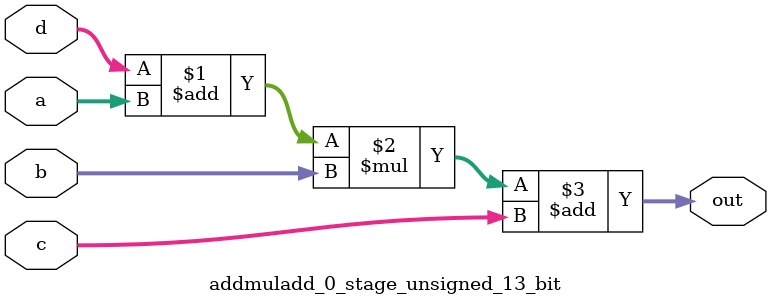
<source format=sv>
(* use_dsp = "yes" *) module addmuladd_0_stage_unsigned_13_bit(
	input  [12:0] a,
	input  [12:0] b,
	input  [12:0] c,
	input  [12:0] d,
	output [12:0] out
	);

	assign out = ((d + a) * b) + c;
endmodule

</source>
